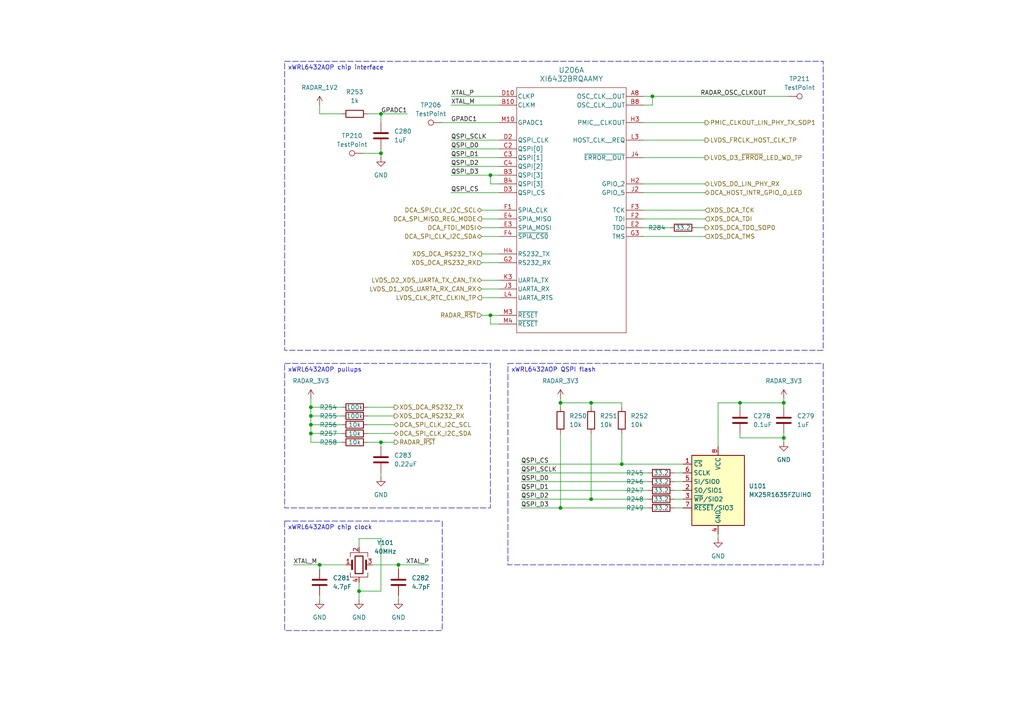
<source format=kicad_sch>
(kicad_sch (version 20250114) (generator "eeschema") (generator_version "9.0")
  (paper "A4")
  (title_block (title "xWRL6432AOP interface") (date "2025-04-14") (rev "V1.0") (company "Designer: EV"))
  (lib_symbols
    (symbol "Connector:TestPoint" (pin_numbers (hide yes)) (pin_names (offset 0.762) (hide yes))
      (property "Reference" "TP" (at 0 6.858 0))
      (property "Value" "TestPoint" (at 0 5.08 0))
      (symbol "TestPoint_0_1"
        (circle (center 0 3.302) (radius 0.762))
      )
      (symbol "TestPoint_1_1"
        (pin passive line (at 0 0 90) (length 2.54) (name "1") (number "1"))
      )
    )
    (symbol "Device:C" (pin_numbers (hide yes)) (pin_names (offset 0.254))
      (property "Reference" "C" (at 0.635 2.54 0))
      (property "Value" "C" (at 0.635 -2.54 0))
      (symbol "C_0_1"
        (polyline (pts (xy -2.032 0.762) (xy 2.032 0.762)) (stroke (width 0.508)))
        (polyline (pts (xy -2.032 -0.762) (xy 2.032 -0.762)) (stroke (width 0.508)))
      )
      (symbol "C_1_1"
        (pin passive line (at 0 3.81 270) (length 2.794) (name "~") (number "1"))
        (pin passive line (at 0 -3.81 90) (length 2.794) (name "~") (number "2"))
      )
    )
    (symbol "Device:Crystal_GND24" (pin_names (offset 1.016) (hide yes))
      (property "Reference" "Y" (at 3.175 5.08 0))
      (property "Value" "Crystal_GND24" (at 3.175 3.175 0))
      (symbol "Crystal_GND24_0_1"
        (polyline (pts (xy -2.54 2.286) (xy -2.54 3.556) (xy 2.54 3.556) (xy 2.54 2.286)))
        (polyline (pts (xy -2.54 0) (xy -2.032 0)))
        (polyline (pts (xy -2.54 -2.286) (xy -2.54 -3.556) (xy 2.54 -3.556) (xy 2.54 -2.286)))
        (polyline (pts (xy -2.032 -1.27) (xy -2.032 1.27)) (stroke (width 0.508)))
        (rectangle (start -1.143 2.54) (end 1.143 -2.54) (stroke (width 0.3048)))
        (polyline (pts (xy 0 3.556) (xy 0 3.81)))
        (polyline (pts (xy 0 -3.81) (xy 0 -3.556)))
        (polyline (pts (xy 2.032 0) (xy 2.54 0)))
        (polyline (pts (xy 2.032 -1.27) (xy 2.032 1.27)) (stroke (width 0.508)))
      )
      (symbol "Crystal_GND24_1_1"
        (pin passive line (at -3.81 0 0) (length 1.27) (name "1") (number "1"))
        (pin passive line (at 0 5.08 270) (length 1.27) (name "2") (number "2"))
        (pin passive line (at 0 -5.08 90) (length 1.27) (name "4") (number "4"))
        (pin passive line (at 3.81 0 180) (length 1.27) (name "3") (number "3"))
      )
    )
    (symbol "Device:R" (pin_numbers (hide yes)) (pin_names (offset 0))
      (property "Reference" "R" (at 2.032 0 90))
      (property "Value" "R" (at 0 0 90))
      (symbol "R_0_1"
        (rectangle (start -1.016 -2.54) (end 1.016 2.54) (stroke (width 0.254)))
      )
      (symbol "R_1_1"
        (pin passive line (at 0 3.81 270) (length 1.27) (name "~") (number "1"))
        (pin passive line (at 0 -3.81 90) (length 1.27) (name "~") (number "2"))
      )
    )
    (symbol "Memory_Flash:MX25R3235FZNxx0"
      (property "Reference" "U" (at -6.35 11.43 0))
      (property "Value" "MX25R3235FZNxx0" (at 11.43 11.43 0))
      (symbol "MX25R3235FZNxx0_0_1"
        (rectangle (start -7.62 10.16) (end 7.62 -10.16) (stroke (width 0.254)) (fill (type background)))
      )
      (symbol "MX25R3235FZNxx0_1_1"
        (pin input line (at -10.16 7.62 0) (length 2.54) (name "~{CS}") (number "1"))
        (pin input line (at -10.16 5.08 0) (length 2.54) (name "SCLK") (number "6"))
        (pin bidirectional line (at -10.16 2.54 0) (length 2.54) (name "SI/SIO0") (number "5"))
        (pin bidirectional line (at -10.16 0 0) (length 2.54) (name "SO/SIO1") (number "2"))
        (pin bidirectional line (at -10.16 -2.54 0) (length 2.54) (name "~{WP}/SIO2") (number "3"))
        (pin bidirectional line (at -10.16 -5.08 0) (length 2.54) (name "~{RESET}/SIO3") (number "7"))
        (pin power_in line (at 0 12.7 270) (length 2.54) (name "VCC") (number "8"))
        (pin power_in line (at 0 -12.7 90) (length 2.54) (name "GND") (number "4"))
        (pin passive line (at 0 -12.7 90) (length 2.54) (hide yes) (name "GND") (number "9"))
      )
    )
    (symbol "XI6432B:XI6432BRQAAMY" (pin_names (offset 0.254))
      (property "Reference" "U" (at 20.32 7.62 0))
      (property "Value" "XI6432BRQAAMY" (at 20.32 5.08 0))
      (symbol "XI6432BRQAAMY_1_1"
        (polyline (pts (xy 5.08 2.54) (xy 5.08 -68.58)) (stroke (width 0.127)))
        (polyline (pts (xy 5.08 -68.58) (xy 36.83 -68.58)) (stroke (width 0.127)))
        (polyline (pts (xy 36.83 2.54) (xy 5.08 2.54)) (stroke (width 0.127)))
        (polyline (pts (xy 36.83 -68.58) (xy 36.83 2.54)) (stroke (width 0.127)))
        (pin unspecified line (at 0 0 0) (length 5.08) (name "CLKP") (number "D10"))
        (pin unspecified line (at 0 -2.54 0) (length 5.08) (name "CLKM") (number "B10"))
        (pin unspecified line (at 0 -7.62 0) (length 5.08) (name "GPADC1") (number "M10"))
        (pin unspecified line (at 0 -12.7 0) (length 5.08) (name "QSPI_CLK") (number "D2"))
        (pin bidirectional line (at 0 -15.24 0) (length 5.08) (name "QSPI[0]") (number "C2"))
        (pin bidirectional line (at 0 -17.78 0) (length 5.08) (name "QSPI[1]") (number "C3"))
        (pin bidirectional line (at 0 -20.32 0) (length 5.08) (name "QSPI[2]") (number "C4"))
        (pin bidirectional line (at 0 -22.86 0) (length 5.08) (name "QSPI[3]") (number "B3"))
        (pin bidirectional line (at 0 -25.4 0) (length 5.08) (name "QSPI[3]") (number "B4"))
        (pin unspecified line (at 0 -27.94 0) (length 5.08) (name "QSPI_CS") (number "D3"))
        (pin unspecified line (at 0 -33.02 0) (length 5.08) (name "SPIA_CLK") (number "F1"))
        (pin unspecified line (at 0 -35.56 0) (length 5.08) (name "SPIA_MISO") (number "E4"))
        (pin unspecified line (at 0 -38.1 0) (length 5.08) (name "SPIA_MOSI") (number "E3"))
        (pin unspecified line (at 0 -40.64 0) (length 5.08) (name "~{SPIA_CS0}") (number "F4"))
        (pin bidirectional line (at 0 -45.72 0) (length 5.08) (name "RS232_TX") (number "H4"))
        (pin bidirectional line (at 0 -48.26 0) (length 5.08) (name "RS232_RX") (number "G2"))
        (pin unspecified line (at 0 -53.34 0) (length 5.08) (name "UARTA_TX") (number "K3"))
        (pin unspecified line (at 0 -55.88 0) (length 5.08) (name "UARTA_RX") (number "J3"))
        (pin unspecified line (at 0 -58.42 0) (length 5.08) (name "UARTA_RTS") (number "L4"))
        (pin unspecified line (at 0 -63.5 0) (length 5.08) (name "~{RESET}") (number "M3"))
        (pin unspecified line (at 0 -66.04 0) (length 5.08) (name "~{RESET}") (number "M4"))
        (pin output line (at 41.91 0 180) (length 5.08) (name "OSC_CLK__OUT") (number "A8"))
        (pin output line (at 41.91 -2.54 180) (length 5.08) (name "OSC_CLK__OUT") (number "B8"))
        (pin output line (at 41.91 -7.62 180) (length 5.08) (name "PMIC__CLKOUT") (number "H3"))
        (pin unspecified line (at 41.91 -12.7 180) (length 5.08) (name "HOST_CLK__REQ") (number "L3"))
        (pin output line (at 41.91 -17.78 180) (length 5.08) (name "~{ERROR__OUT}") (number "J4"))
        (pin bidirectional line (at 41.91 -25.4 180) (length 5.08) (name "GPIO_2") (number "H2"))
        (pin bidirectional line (at 41.91 -27.94 180) (length 5.08) (name "GPIO_5") (number "J2"))
        (pin unspecified line (at 41.91 -33.02 180) (length 5.08) (name "TCK") (number "F3"))
        (pin unspecified line (at 41.91 -35.56 180) (length 5.08) (name "TDI") (number "F2"))
        (pin unspecified line (at 41.91 -38.1 180) (length 5.08) (name "TDO") (number "E2"))
        (pin unspecified line (at 41.91 -40.64 180) (length 5.08) (name "TMS") (number "G3"))
      )
      (symbol "XI6432BRQAAMY_2_1"
        (polyline (pts (xy 5.08 2.54) (xy 5.08 -116.84)) (stroke (width 0.127)))
        (polyline (pts (xy 5.08 -116.84) (xy 34.29 -116.84)) (stroke (width 0.127)))
        (polyline (pts (xy 34.29 2.54) (xy 5.08 2.54)) (stroke (width 0.127)))
        (polyline (pts (xy 34.29 -116.84) (xy 34.29 2.54)) (stroke (width 0.127)))
        (pin power_in line (at 0 0 0) (length 5.08) (name "VDD") (number "K2"))
        (pin power_in line (at 0 -5.08 0) (length 5.08) (name "VDD_SRAM") (number "M1"))
        (pin power_in line (at 0 -10.16 0) (length 5.08) (name "VDDA_10RF") (number "C7"))
        (pin power_in line (at 0 -12.7 0) (length 5.08) (name "VDDA_10RF") (number "K7"))
        (pin power_in line (at 0 -15.24 0) (length 5.08) (name "VDDA_10RF") (number "K8"))
        (pin power_in line (at 0 -17.78 0) (length 5.08) (name "VDDA_10RF") (number "K9"))
        (pin power_in line (at 0 -20.32 0) (length 5.08) (name "VDDA_10RF") (number "K10"))
        (pin power_in line (at 0 -25.4 0) (length 5.08) (name "VDDA_12RF") (number "L7"))
        (pin power_in line (at 0 -27.94 0) (length 5.08) (name "VDDA_12RF") (number "L8"))
        (pin power_in line (at 0 -30.48 0) (length 5.08) (name "VDDA_12RF") (number "L9"))
        (pin power_in line (at 0 -33.02 0) (length 5.08) (name "VDDA_12RF") (number "L10"))
        (pin power_in line (at 0 -38.1 0) (length 5.08) (name "VDDA_18BB") (number "M7"))
        (pin power_in line (at 0 -40.64 0) (length 5.08) (name "VDDA_18BB") (number "M8"))
        (pin power_in line (at 0 -43.18 0) (length 5.08) (name "VDDA_18BB") (number "M9"))
        (pin power_in line (at 0 -45.72 0) (length 5.08) (name "VDDA_18BB") (number "N6"))
        (pin power_in line (at 0 -48.26 0) (length 5.08) (name "VDDA_18BB") (number "N7"))
        (pin power_in line (at 0 -50.8 0) (length 5.08) (name "VDDA_18BB") (number "N8"))
        (pin power_in line (at 0 -53.34 0) (length 5.08) (name "VDDA_18BB") (number "N9"))
        (pin power_in line (at 0 -55.88 0) (length 5.08) (name "VDDA_18BB") (number "N10"))
        (pin power_in line (at 0 -60.96 0) (length 5.08) (name "VDDA__18VCO") (number "F9"))
        (pin power_in line (at 0 -63.5 0) (length 5.08) (name "VDDA__18VCO") (number "F10"))
        (pin bidirectional line (at 0 -68.58 0) (length 5.08) (name "VIN_18PM") (number "H7"))
        (pin bidirectional line (at 0 -71.12 0) (length 5.08) (name "VIN_18PM") (number "H8"))
        (pin unspecified line (at 0 -76.2 0) (length 5.08) (name "VIOIN") (number "C1"))
        (pin unspecified line (at 0 -78.74 0) (length 5.08) (name "VIOIN") (number "J1"))
        (pin bidirectional line (at 0 -83.82 0) (length 5.08) (name "VIOIN_18") (number "B1"))
        (pin bidirectional line (at 0 -86.36 0) (length 5.08) (name "VIOIN_18") (number "L1"))
        (pin bidirectional line (at 0 -88.9 0) (length 5.08) (name "VIOIN_18") (number "L2"))
        (pin unspecified line (at 0 -93.98 0) (length 5.08) (name "VIOIN__18CLK") (number "D7"))
        (pin power_in line (at 0 -99.06 0) (length 5.08) (name "VPP") (number "A2"))
        (pin power_in line (at 0 -101.6 0) (length 5.08) (name "VPP") (number "B2"))
        (pin unspecified line (at 0 -106.68 0) (length 5.08) (name "VNWA") (number "M2"))
        (pin unspecified line (at 0 -109.22 0) (length 5.08) (name "VNWA") (number "N2"))
        (pin unspecified line (at 0 -114.3 0) (length 5.08) (name "VBGAP") (number "H10"))
        (pin output line (at 39.37 0 180) (length 5.08) (name "VOUT__14APLL") (number "G8"))
        (pin output line (at 39.37 -5.08 180) (length 5.08) (name "VOUT__14SYNTH") (number "F7"))
        (pin power_out line (at 39.37 -30.48 180) (length 5.08) (name "VSS") (number "A1"))
        (pin power_out line (at 39.37 -33.02 180) (length 5.08) (name "VSS") (number "A3"))
        (pin power_out line (at 39.37 -35.56 180) (length 5.08) (name "VSS") (number "A4"))
        (pin power_out line (at 39.37 -38.1 180) (length 5.08) (name "VSS") (number "A5"))
        (pin power_out line (at 39.37 -40.64 180) (length 5.08) (name "VSS") (number "E1"))
        (pin power_out line (at 39.37 -43.18 180) (length 5.08) (name "VSS") (number "H1"))
        (pin power_out line (at 39.37 -45.72 180) (length 5.08) (name "VSS") (number "N1"))
        (pin power_out line (at 39.37 -48.26 180) (length 5.08) (name "VSS") (number "N3"))
        (pin power_out line (at 39.37 -50.8 180) (length 5.08) (name "VSS") (number "N4"))
        (pin power_out line (at 39.37 -53.34 180) (length 5.08) (name "VSS") (number "N5"))
        (pin power_out line (at 39.37 -58.42 180) (length 5.08) (name "VSSA") (number "A6"))
        (pin power_out line (at 39.37 -60.96 180) (length 5.08) (name "VSSA") (number "A7"))
        (pin power_out line (at 39.37 -63.5 180) (length 5.08) (name "VSSA") (number "A9"))
        (pin power_out line (at 39.37 -66.04 180) (length 5.08) (name "VSSA") (number "A10"))
        (pin power_out line (at 39.37 -68.58 180) (length 5.08) (name "VSSA") (number "B7"))
        (pin power_out line (at 39.37 -71.12 180) (length 5.08) (name "VSSA") (number "B9"))
        (pin power_out line (at 39.37 -73.66 180) (length 5.08) (name "VSSA") (number "C8"))
        (pin power_out line (at 39.37 -76.2 180) (length 5.08) (name "VSSA") (number "C9"))
        (pin power_out line (at 39.37 -78.74 180) (length 5.08) (name "VSSA") (number "C10"))
        (pin power_out line (at 39.37 -81.28 180) (length 5.08) (name "VSSA") (number "D8"))
        (pin power_out line (at 39.37 -83.82 180) (length 5.08) (name "VSSA") (number "D9"))
        (pin power_out line (at 39.37 -86.36 180) (length 5.08) (name "VSSA") (number "E7"))
        (pin power_out line (at 39.37 -88.9 180) (length 5.08) (name "VSSA") (number "E8"))
        (pin power_out line (at 39.37 -91.44 180) (length 5.08) (name "VSSA") (number "E9"))
        (pin power_out line (at 39.37 -93.98 180) (length 5.08) (name "VSSA") (number "E10"))
        (pin power_out line (at 39.37 -96.52 180) (length 5.08) (name "VSSA") (number "F8"))
        (pin power_out line (at 39.37 -99.06 180) (length 5.08) (name "VSSA") (number "G9"))
        (pin power_out line (at 39.37 -101.6 180) (length 5.08) (name "VSSA") (number "G10"))
        (pin power_out line (at 39.37 -104.14 180) (length 5.08) (name "VSSA") (number "H9"))
        (pin power_out line (at 39.37 -106.68 180) (length 5.08) (name "VSSA") (number "J7"))
        (pin power_out line (at 39.37 -109.22 180) (length 5.08) (name "VSSA") (number "J8"))
        (pin power_out line (at 39.37 -111.76 180) (length 5.08) (name "VSSA") (number "J9"))
        (pin power_out line (at 39.37 -114.3 180) (length 5.08) (name "VSSA") (number "J10"))
      )
    )
    (symbol "power:GND" (power) (pin_numbers (hide yes)) (pin_names (offset 0) (hide yes))
      (property "Value" "GND" (at 0 -3.81 0))
      (symbol "GND_0_1"
        (polyline (pts (xy 0 0) (xy 0 -1.27) (xy 1.27 -1.27) (xy 0 -2.54) (xy -1.27 -1.27) (xy 0 -1.27)))
      )
      (symbol "GND_1_1"
        (pin power_in line (at 0 0 270) (length 0) (name "~") (number "1"))
      )
    )
    (symbol "power:VBUS" (power) (pin_numbers (hide yes)) (pin_names (offset 0) (hide yes))
      (property "Value" "VBUS" (at 0 3.556 0))
      (symbol "VBUS_0_1"
        (polyline (pts (xy -0.762 1.27) (xy 0 2.54)))
        (polyline (pts (xy 0 2.54) (xy 0.762 1.27)))
        (polyline (pts (xy 0 0) (xy 0 2.54)))
      )
      (symbol "VBUS_1_1"
        (pin power_in line (at 0 0 90) (length 0) (name "~") (number "1"))
      )
    )
  )
  (text_box "xWRL6432AOP QSPI flash" (at 147.32 105.41 0) (size 91.44 58.42) (margins 0.9525 0.9525 0.9525 0.9525) (stroke (width 0) (type dash)) (effects (font (size 1.27 1.27)) (justify left top)))
  (text_box "xWRL6432AOP chip clock" (at 82.55 151.13 0) (size 45.72 31.75) (margins 0.9525 0.9525 0.9525 0.9525) (stroke (width 0) (type dash)) (effects (font (size 1.27 1.27)) (justify left top)))
  (text_box "xWRL6432AOP pullups" (at 82.55 105.41 0) (size 59.69 41.91) (margins 0.9525 0.9525 0.9525 0.9525) (stroke (width 0) (type dash)) (effects (font (size 1.27 1.27)) (justify left top)))
  (text_box "xWRL6432AOP chip interface" (at 82.55 17.78 0) (size 156.21 83.82) (margins 0.9525 0.9525 0.9525 0.9525) (stroke (width 0) (type dash)) (effects (font (size 1.27 1.27)) (justify left top)))
  (junction (at 189.23 27.94))
  (junction (at 162.56 147.32))
  (junction (at 227.33 116.84))
  (junction (at 171.45 144.78))
  (junction (at 180.34 134.62))
  (junction (at 142.24 91.44))
  (junction (at 162.56 116.84))
  (junction (at 90.17 118.11))
  (junction (at 227.33 127))
  (junction (at 115.57 163.83))
  (junction (at 110.49 33.02))
  (junction (at 104.14 171.45))
  (junction (at 171.45 116.84))
  (junction (at 110.49 128.27))
  (junction (at 90.17 123.19))
  (junction (at 110.49 44.45))
  (junction (at 90.17 125.73))
  (junction (at 142.24 50.8))
  (junction (at 214.63 116.84))
  (junction (at 92.71 163.83))
  (junction (at 90.17 120.65))
  (wire (pts (xy 110.49 137.16) (xy 110.49 138.43)))
  (wire (pts (xy 214.63 125.73) (xy 214.63 127)))
  (wire (pts (xy 195.58 147.32) (xy 198.12 147.32)))
  (wire (pts (xy 90.17 128.27) (xy 99.06 128.27)))
  (wire (pts (xy 115.57 163.83) (xy 115.57 165.1)))
  (wire (pts (xy 92.71 163.83) (xy 100.33 163.83)))
  (wire (pts (xy 171.45 125.73) (xy 171.45 144.78)))
  (wire (pts (xy 162.56 116.84) (xy 162.56 118.11)))
  (wire (pts (xy 186.69 55.88) (xy 204.47 55.88)))
  (wire (pts (xy 90.17 120.65) (xy 90.17 123.19)))
  (wire (pts (xy 171.45 144.78) (xy 187.96 144.78)))
  (wire (pts (xy 110.49 44.45) (xy 110.49 45.72)))
  (wire (pts (xy 130.81 30.48) (xy 144.78 30.48)))
  (wire (pts (xy 151.13 144.78) (xy 171.45 144.78)))
  (wire (pts (xy 227.33 127) (xy 227.33 128.27)))
  (wire (pts (xy 180.34 116.84) (xy 171.45 116.84)))
  (wire (pts (xy 139.7 86.36) (xy 144.78 86.36)))
  (wire (pts (xy 186.69 68.58) (xy 204.47 68.58)))
  (wire (pts (xy 227.33 118.11) (xy 227.33 116.84)))
  (wire (pts (xy 92.71 33.02) (xy 99.06 33.02)))
  (wire (pts (xy 186.69 63.5) (xy 204.47 63.5)))
  (wire (pts (xy 90.17 125.73) (xy 90.17 128.27)))
  (wire (pts (xy 139.7 68.58) (xy 144.78 68.58)))
  (wire (pts (xy 142.24 50.8) (xy 144.78 50.8)))
  (wire (pts (xy 180.34 134.62) (xy 198.12 134.62)))
  (wire (pts (xy 151.13 147.32) (xy 162.56 147.32)))
  (wire (pts (xy 227.33 116.84) (xy 214.63 116.84)))
  (wire (pts (xy 139.7 66.04) (xy 144.78 66.04)))
  (wire (pts (xy 214.63 116.84) (xy 208.28 116.84)))
  (wire (pts (xy 162.56 115.57) (xy 162.56 116.84)))
  (wire (pts (xy 130.81 48.26) (xy 144.78 48.26)))
  (wire (pts (xy 180.34 125.73) (xy 180.34 134.62)))
  (wire (pts (xy 189.23 27.94) (xy 186.69 27.94)))
  (wire (pts (xy 90.17 125.73) (xy 99.06 125.73)))
  (wire (pts (xy 214.63 116.84) (xy 214.63 118.11)))
  (wire (pts (xy 186.69 66.04) (xy 194.31 66.04)))
  (wire (pts (xy 110.49 171.45) (xy 104.14 171.45)))
  (wire (pts (xy 110.49 128.27) (xy 114.3 128.27)))
  (wire (pts (xy 115.57 172.72) (xy 115.57 173.99)))
  (wire (pts (xy 162.56 147.32) (xy 187.96 147.32)))
  (wire (pts (xy 189.23 27.94) (xy 228.6 27.94)))
  (wire (pts (xy 144.78 93.98) (xy 142.24 93.98)))
  (wire (pts (xy 92.71 172.72) (xy 92.71 173.99)))
  (wire (pts (xy 130.81 27.94) (xy 144.78 27.94)))
  (wire (pts (xy 186.69 30.48) (xy 189.23 30.48)))
  (wire (pts (xy 142.24 53.34) (xy 142.24 50.8)))
  (wire (pts (xy 151.13 134.62) (xy 180.34 134.62)))
  (wire (pts (xy 195.58 137.16) (xy 198.12 137.16)))
  (wire (pts (xy 106.68 125.73) (xy 114.3 125.73)))
  (wire (pts (xy 130.81 43.18) (xy 144.78 43.18)))
  (wire (pts (xy 90.17 115.57) (xy 90.17 118.11)))
  (wire (pts (xy 171.45 116.84) (xy 162.56 116.84)))
  (wire (pts (xy 110.49 156.21) (xy 110.49 171.45)))
  (wire (pts (xy 139.7 63.5) (xy 144.78 63.5)))
  (wire (pts (xy 130.81 40.64) (xy 144.78 40.64)))
  (wire (pts (xy 90.17 123.19) (xy 99.06 123.19)))
  (wire (pts (xy 92.71 163.83) (xy 92.71 165.1)))
  (wire (pts (xy 115.57 163.83) (xy 124.46 163.83)))
  (wire (pts (xy 208.28 154.94) (xy 208.28 156.21)))
  (wire (pts (xy 139.7 73.66) (xy 144.78 73.66)))
  (wire (pts (xy 189.23 30.48) (xy 189.23 27.94)))
  (wire (pts (xy 104.14 168.91) (xy 104.14 171.45)))
  (wire (pts (xy 128.27 35.56) (xy 144.78 35.56)))
  (wire (pts (xy 151.13 139.7) (xy 187.96 139.7)))
  (wire (pts (xy 106.68 128.27) (xy 110.49 128.27)))
  (wire (pts (xy 92.71 30.48) (xy 92.71 33.02)))
  (wire (pts (xy 90.17 123.19) (xy 90.17 125.73)))
  (wire (pts (xy 144.78 53.34) (xy 142.24 53.34)))
  (wire (pts (xy 142.24 91.44) (xy 144.78 91.44)))
  (wire (pts (xy 139.7 76.2) (xy 144.78 76.2)))
  (wire (pts (xy 139.7 91.44) (xy 142.24 91.44)))
  (wire (pts (xy 186.69 53.34) (xy 204.47 53.34)))
  (wire (pts (xy 106.68 123.19) (xy 114.3 123.19)))
  (wire (pts (xy 106.68 33.02) (xy 110.49 33.02)))
  (wire (pts (xy 186.69 60.96) (xy 204.47 60.96)))
  (wire (pts (xy 186.69 40.64) (xy 204.47 40.64)))
  (wire (pts (xy 151.13 137.16) (xy 187.96 137.16)))
  (wire (pts (xy 104.14 156.21) (xy 110.49 156.21)))
  (wire (pts (xy 186.69 35.56) (xy 204.47 35.56)))
  (wire (pts (xy 139.7 83.82) (xy 144.78 83.82)))
  (wire (pts (xy 104.14 158.75) (xy 104.14 156.21)))
  (wire (pts (xy 195.58 144.78) (xy 198.12 144.78)))
  (wire (pts (xy 105.41 44.45) (xy 110.49 44.45)))
  (wire (pts (xy 90.17 118.11) (xy 99.06 118.11)))
  (wire (pts (xy 180.34 118.11) (xy 180.34 116.84)))
  (wire (pts (xy 186.69 45.72) (xy 204.47 45.72)))
  (wire (pts (xy 110.49 128.27) (xy 110.49 129.54)))
  (wire (pts (xy 162.56 125.73) (xy 162.56 147.32)))
  (wire (pts (xy 195.58 142.24) (xy 198.12 142.24)))
  (wire (pts (xy 85.09 163.83) (xy 92.71 163.83)))
  (wire (pts (xy 201.93 66.04) (xy 204.47 66.04)))
  (wire (pts (xy 142.24 50.8) (xy 130.81 50.8)))
  (wire (pts (xy 139.7 81.28) (xy 144.78 81.28)))
  (wire (pts (xy 107.95 163.83) (xy 115.57 163.83)))
  (wire (pts (xy 90.17 120.65) (xy 99.06 120.65)))
  (wire (pts (xy 106.68 120.65) (xy 114.3 120.65)))
  (wire (pts (xy 139.7 60.96) (xy 144.78 60.96)))
  (wire (pts (xy 130.81 55.88) (xy 144.78 55.88)))
  (wire (pts (xy 195.58 139.7) (xy 198.12 139.7)))
  (wire (pts (xy 151.13 142.24) (xy 187.96 142.24)))
  (wire (pts (xy 208.28 116.84) (xy 208.28 129.54)))
  (wire (pts (xy 106.68 118.11) (xy 114.3 118.11)))
  (wire (pts (xy 90.17 118.11) (xy 90.17 120.65)))
  (wire (pts (xy 110.49 33.02) (xy 110.49 35.56)))
  (wire (pts (xy 142.24 93.98) (xy 142.24 91.44)))
  (wire (pts (xy 171.45 116.84) (xy 171.45 118.11)))
  (wire (pts (xy 130.81 45.72) (xy 144.78 45.72)))
  (wire (pts (xy 110.49 43.18) (xy 110.49 44.45)))
  (wire (pts (xy 104.14 171.45) (xy 104.14 173.99)))
  (wire (pts (xy 227.33 125.73) (xy 227.33 127)))
  (wire (pts (xy 214.63 127) (xy 227.33 127)))
  (wire (pts (xy 227.33 115.57) (xy 227.33 116.84)))
  (wire (pts (xy 110.49 33.02) (xy 118.11 33.02)))
  (label "QSPI_D2" (at 151.13 144.78 0))
  (label "QSPI_D2" (at 130.81 48.26 0))
  (label "QSPI_D0" (at 130.81 43.18 0))
  (label "QSPI_D1" (at 130.81 45.72 0))
  (label "QSPI_CS" (at 130.81 55.88 0))
  (label "XTAL_M" (at 130.81 30.48 0))
  (label "XTAL_P" (at 124.46 163.83 180))
  (label "QSPI_SCLK" (at 151.13 137.16 0))
  (label "XTAL_P" (at 130.81 27.94 0))
  (label "QSPI_CS" (at 151.13 134.62 0))
  (label "XTAL_M" (at 85.09 163.83 0))
  (label "QSPI_D0" (at 151.13 139.7 0))
  (label "QSPI_D1" (at 151.13 142.24 0))
  (label "GPADC1" (at 130.81 35.56 0))
  (label "QSPI_D3" (at 151.13 147.32 0))
  (label "QSPI_D3" (at 130.81 50.8 0))
  (label "QSPI_SCLK" (at 130.81 40.64 0))
  (label "GPADC1" (at 118.11 33.02 180))
  (label "RADAR_OSC_CLKOUT" (at 222.25 27.94 180))
  (hierarchical_label "LVDS_CLK_RTC_CLKIN_TP" (shape output) (at 139.7 86.36 180))
  (hierarchical_label "DCA_FTDI_MOSI" (shape bidirectional) (at 139.7 66.04 180))
  (hierarchical_label "XDS_DCA_RS232_TX" (shape output) (at 139.7 73.66 180))
  (hierarchical_label "DCA_SPI_CLK_I2C_SDA" (shape bidirectional) (at 114.3 125.73 0))
  (hierarchical_label "LVDS_D0_LIN_PHY_RX" (shape bidirectional) (at 204.47 53.34 0))
  (hierarchical_label "XDS_DCA_RS232_RX" (shape input) (at 139.7 76.2 180))
  (hierarchical_label "RADAR_~{RST}" (shape input) (at 139.7 91.44 180))
  (hierarchical_label "LVDS_D3_~{ERROR}_LED_WD_TP" (shape output) (at 204.47 45.72 0))
  (hierarchical_label "LVDS_D1_XDS_UARTA_RX_CAN_RX" (shape bidirectional) (at 139.7 83.82 180))
  (hierarchical_label "XDS_DCA_RS232_RX" (shape output) (at 114.3 120.65 0))
  (hierarchical_label "DCA_SPI_CLK_I2C_SCL" (shape bidirectional) (at 114.3 123.19 0))
  (hierarchical_label "DCA_HOST_INTR_GPIO_0_LED" (shape bidirectional) (at 204.47 55.88 0))
  (hierarchical_label "XDS_DCA_TDO_SOP0" (shape output) (at 204.47 66.04 0))
  (hierarchical_label "DCA_SPI_CLK_I2C_SDA" (shape bidirectional) (at 139.7 68.58 180))
  (hierarchical_label "XDS_DCA_RS232_TX" (shape output) (at 114.3 118.11 0))
  (hierarchical_label "RADAR_~{RST}" (shape output) (at 114.3 128.27 0))
  (hierarchical_label "DCA_SPI_CLK_I2C_SCL" (shape bidirectional) (at 139.7 60.96 180))
  (hierarchical_label "PMIC_CLKOUT_LIN_PHY_TX_SOP1" (shape output) (at 204.47 35.56 0))
  (hierarchical_label "DCA_SPI_MISO_REG_MODE" (shape output) (at 139.7 63.5 180))
  (hierarchical_label "LVDS_FRCLK_HOST_CLK_TP" (shape output) (at 204.47 40.64 0))
  (hierarchical_label "XDS_DCA_TDI" (shape input) (at 204.47 63.5 0))
  (hierarchical_label "XDS_DCA_TMS" (shape input) (at 204.47 68.58 0))
  (hierarchical_label "LVDS_D2_XDS_UARTA_TX_CAN_TX" (shape bidirectional) (at 139.7 81.28 180))
  (hierarchical_label "XDS_DCA_TCK" (shape input) (at 204.47 60.96 0))
  (symbol (lib_id "power:GND") (at 227.33 128.27 0) (unit 1)
    (property "Reference" "#PWR0331" (effects (hide yes)))
    (property "Value" "GND" (at 227.33 133.35 0))
    (property "Description" "Power symbol creates a global label with name \"GND\" , ground" (effects (hide yes)))
  )
  (symbol (lib_id "Device:R") (at 102.87 128.27 270) (unit 1)
    (property "Reference" "R258" (at 95.25 128.27 90))
    (property "Value" "10k" (at 102.87 128.27 90))
    (property "Description" "Resistor" (effects (hide yes)))
  )
  (symbol (lib_id "power:VBUS") (at 227.33 115.57 0) (unit 1)
    (property "Reference" "#PWR0330" (effects (hide yes)))
    (property "Value" "RADAR_3V3" (at 227.33 110.49 0))
    (property "Description" "Power symbol creates a global label with name \"VBUS\"" (effects (hide yes)))
  )
  (symbol (lib_id "power:GND") (at 110.49 138.43 0) (unit 1)
    (property "Reference" "#PWR0340" (effects (hide yes)))
    (property "Value" "GND" (at 110.49 143.51 0))
    (property "Description" "Power symbol creates a global label with name \"GND\" , ground" (effects (hide yes)))
  )
  (symbol (lib_id "Device:R") (at 162.56 121.92 180) (unit 1)
    (property "Reference" "R250" (at 165.1 120.6499 0) (effects (justify right)))
    (property "Value" "10k" (at 165.1 123.1899 0) (effects (justify right)))
    (property "Description" "Resistor" (effects (hide yes)))
  )
  (symbol (lib_id "Device:R") (at 191.77 147.32 270) (unit 1)
    (property "Reference" "R249" (at 184.15 147.32 90))
    (property "Value" "33.2" (at 191.77 147.32 90))
    (property "Description" "Resistor" (effects (hide yes)))
  )
  (symbol (lib_id "Device:R") (at 191.77 137.16 270) (unit 1)
    (property "Reference" "R245" (at 184.15 137.16 90))
    (property "Value" "33.2" (at 191.77 137.16 90))
    (property "Description" "Resistor" (effects (hide yes)))
  )
  (symbol (lib_id "Device:R") (at 102.87 120.65 270) (unit 1)
    (property "Reference" "R255" (at 95.25 120.65 90))
    (property "Value" "100k" (at 102.87 120.65 90))
    (property "Description" "Resistor" (effects (hide yes)))
  )
  (symbol (lib_id "Device:R") (at 191.77 144.78 270) (unit 1)
    (property "Reference" "R248" (at 184.15 144.78 90))
    (property "Value" "33.2" (at 191.77 144.78 90))
    (property "Description" "Resistor" (effects (hide yes)))
  )
  (symbol (lib_id "Device:R") (at 102.87 118.11 270) (unit 1)
    (property "Reference" "R254" (at 95.25 118.11 90))
    (property "Value" "100k" (at 102.87 118.11 90))
    (property "Description" "Resistor" (effects (hide yes)))
  )
  (symbol (lib_id "XI6432B:XI6432BRQAAMY") (at 144.78 27.94 0) (unit 1)
    (property "Reference" "U206" (at 165.735 20.32 0) (effects (font (size 1.524 1.524))))
    (property "Value" "XI6432BRQAAMY" (at 165.735 22.86 0) (effects (font (size 1.524 1.524))))
    (property "Footprint" "FCCSP101_AMY_TEX" (effects (hide yes)))
    (property "Datasheet" "https://www.ti.com/tool/IWRL6432AOPEVM#overview" (effects (hide yes)))
  )
  (symbol (lib_id "Connector:TestPoint") (at 228.6 27.94 270) (mirror x) (unit 1)
    (property "Reference" "TP211" (at 231.902 22.86 90))
    (property "Value" "TestPoint" (at 231.902 25.4 90))
    (property "Description" "test point" (effects (hide yes)))
  )
  (symbol (lib_id "power:GND") (at 92.71 173.99 0) (unit 1)
    (property "Reference" "#PWR0336" (effects (hide yes)))
    (property "Value" "GND" (at 92.71 179.07 0))
    (property "Description" "Power symbol creates a global label with name \"GND\" , ground" (effects (hide yes)))
  )
  (symbol (lib_id "power:GND") (at 104.14 173.99 0) (unit 1)
    (property "Reference" "#PWR0337" (effects (hide yes)))
    (property "Value" "GND" (at 104.14 179.07 0))
    (property "Description" "Power symbol creates a global label with name \"GND\" , ground" (effects (hide yes)))
  )
  (symbol (lib_id "power:VBUS") (at 90.17 115.57 0) (unit 1)
    (property "Reference" "#PWR0339" (effects (hide yes)))
    (property "Value" "RADAR_3V3" (at 90.17 110.49 0))
    (property "Description" "Power symbol creates a global label with name \"VBUS\"" (effects (hide yes)))
  )
  (symbol (lib_id "Device:C") (at 227.33 121.92 0) (unit 1)
    (property "Reference" "C279" (at 231.14 120.6499 0) (effects (justify left)))
    (property "Value" "1uF" (at 231.14 123.1899 0) (effects (justify left)))
    (property "Description" "Unpolarized capacitor" (effects (hide yes)))
  )
  (symbol (lib_id "Device:R") (at 191.77 142.24 270) (unit 1)
    (property "Reference" "R247" (at 184.15 142.24 90))
    (property "Value" "33.2" (at 191.77 142.24 90))
    (property "Description" "Resistor" (effects (hide yes)))
  )
  (symbol (lib_id "Device:R") (at 102.87 125.73 270) (unit 1)
    (property "Reference" "R257" (at 95.25 125.73 90))
    (property "Value" "10k" (at 102.87 125.73 90))
    (property "Description" "Resistor" (effects (hide yes)))
  )
  (symbol (lib_id "Device:R") (at 102.87 33.02 270) (unit 1)
    (property "Reference" "R253" (at 102.87 26.67 90))
    (property "Value" "1k" (at 102.87 29.21 90))
    (property "Description" "Resistor" (effects (hide yes)))
  )
  (symbol (lib_id "power:GND") (at 110.49 45.72 0) (unit 1)
    (property "Reference" "#PWR0334" (effects (hide yes)))
    (property "Value" "GND" (at 110.49 50.8 0))
    (property "Description" "Power symbol creates a global label with name \"GND\" , ground" (effects (hide yes)))
  )
  (symbol (lib_id "power:VBUS") (at 92.71 30.48 0) (unit 1)
    (property "Reference" "#PWR0335" (effects (hide yes)))
    (property "Value" "RADAR_1V2" (at 92.71 25.4 0))
    (property "Description" "Power symbol creates a global label with name \"VBUS\"" (effects (hide yes)))
  )
  (symbol (lib_id "Device:R") (at 180.34 121.92 180) (unit 1)
    (property "Reference" "R252" (at 182.88 120.6499 0) (effects (justify right)))
    (property "Value" "10k" (at 182.88 123.1899 0) (effects (justify right)))
    (property "Description" "Resistor" (effects (hide yes)))
  )
  (symbol (lib_id "power:GND") (at 208.28 156.21 0) (unit 1)
    (property "Reference" "#PWR0332" (effects (hide yes)))
    (property "Value" "GND" (at 208.28 161.29 0))
    (property "Description" "Power symbol creates a global label with name \"GND\" , ground" (effects (hide yes)))
  )
  (symbol (lib_id "Device:C") (at 214.63 121.92 0) (unit 1)
    (property "Reference" "C278" (at 218.44 120.6499 0) (effects (justify left)))
    (property "Value" "0.1uF" (at 218.44 123.1899 0) (effects (justify left)))
    (property "Description" "Unpolarized capacitor" (effects (hide yes)))
  )
  (symbol (lib_id "Device:C") (at 110.49 39.37 0) (unit 1)
    (property "Reference" "C280" (at 114.3 38.0999 0) (effects (justify left)))
    (property "Value" "1uF" (at 114.3 40.6399 0) (effects (justify left)))
    (property "Description" "Unpolarized capacitor" (effects (hide yes)))
  )
  (symbol (lib_id "Memory_Flash:MX25R3235FZNxx0") (at 208.28 142.24 0) (unit 1)
    (property "Reference" "U101" (at 217.17 140.9699 0) (effects (justify left)))
    (property "Value" "MX25R1635FZUIH0" (at 217.17 143.5099 0) (effects (justify left)))
    (property "Footprint" "Package_SON:WSON-8-1EP_6x5mm_P1.27mm_EP3.4x4mm" (effects (hide yes)))
    (property "Datasheet" "http://www.macronix.com/Lists/Datasheet/Attachments/7534/MX25R3235F,%20Wide%20Range,%2032Mb,%20v1.6.pdf" (effects (hide yes)))
    (property "Description" "32-Mbit, Wide Range Voltage SPI Serial Flash Memory, WSON-8" (effects (hide yes)))
  )
  (symbol (lib_id "Device:R") (at 102.87 123.19 270) (unit 1)
    (property "Reference" "R256" (at 95.25 123.19 90))
    (property "Value" "10k" (at 102.87 123.19 90))
    (property "Description" "Resistor" (effects (hide yes)))
  )
  (symbol (lib_id "Device:C") (at 110.49 133.35 0) (unit 1)
    (property "Reference" "C283" (at 114.3 132.0799 0) (effects (justify left)))
    (property "Value" "0.22uF" (at 114.3 134.6199 0) (effects (justify left)))
    (property "Description" "Unpolarized capacitor" (effects (hide yes)))
  )
  (symbol (lib_id "Device:Crystal_GND24") (at 104.14 163.83 0) (unit 1)
    (property "Reference" "Y101" (at 111.76 157.4098 0))
    (property "Value" "40MHz" (at 111.76 159.9498 0))
    (property "Footprint" "Crystal:Crystal_SMD_2016-4Pin_2.0x1.6mm" (effects (hide yes)))
    (property "Description" "Four pin crystal, GND on pins 2 and 4" (effects (hide yes)))
  )
  (symbol (lib_id "power:GND") (at 115.57 173.99 0) (unit 1)
    (property "Reference" "#PWR0338" (effects (hide yes)))
    (property "Value" "GND" (at 115.57 179.07 0))
    (property "Description" "Power symbol creates a global label with name \"GND\" , ground" (effects (hide yes)))
  )
  (symbol (lib_id "Connector:TestPoint") (at 105.41 44.45 90) (unit 1)
    (property "Reference" "TP210" (at 102.108 39.37 90))
    (property "Value" "TestPoint" (at 102.108 41.91 90))
    (property "Description" "test point" (effects (hide yes)))
  )
  (symbol (lib_id "Device:C") (at 92.71 168.91 0) (unit 1)
    (property "Reference" "C281" (at 96.52 167.6399 0) (effects (justify left)))
    (property "Value" "4.7pF" (at 96.52 170.1799 0) (effects (justify left)))
    (property "Description" "Unpolarized capacitor" (effects (hide yes)))
  )
  (symbol (lib_id "Device:C") (at 115.57 168.91 0) (unit 1)
    (property "Reference" "C282" (at 119.38 167.6399 0) (effects (justify left)))
    (property "Value" "4.7pF" (at 119.38 170.1799 0) (effects (justify left)))
    (property "Description" "Unpolarized capacitor" (effects (hide yes)))
  )
  (symbol (lib_id "Connector:TestPoint") (at 128.27 35.56 90) (unit 1)
    (property "Reference" "TP206" (at 124.968 30.48 90))
    (property "Value" "TestPoint" (at 124.968 33.02 90))
    (property "Description" "test point" (effects (hide yes)))
  )
  (symbol (lib_id "power:VBUS") (at 162.56 115.57 0) (unit 1)
    (property "Reference" "#PWR0333" (effects (hide yes)))
    (property "Value" "RADAR_3V3" (at 162.56 110.49 0))
    (property "Description" "Power symbol creates a global label with name \"VBUS\"" (effects (hide yes)))
  )
  (symbol (lib_id "Device:R") (at 191.77 139.7 270) (unit 1)
    (property "Reference" "R246" (at 184.15 139.7 90))
    (property "Value" "33.2" (at 191.77 139.7 90))
    (property "Description" "Resistor" (effects (hide yes)))
  )
  (symbol (lib_id "Device:R") (at 171.45 121.92 180) (unit 1)
    (property "Reference" "R251" (at 173.99 120.6499 0) (effects (justify right)))
    (property "Value" "10k" (at 173.99 123.1899 0) (effects (justify right)))
    (property "Description" "Resistor" (effects (hide yes)))
  )
  (symbol (lib_id "Device:R") (at 198.12 66.04 270) (unit 1)
    (property "Reference" "R284" (at 190.5 66.04 90))
    (property "Value" "33.2" (at 198.12 66.04 90))
    (property "Description" "Resistor" (effects (hide yes)))
  )
)
</source>
